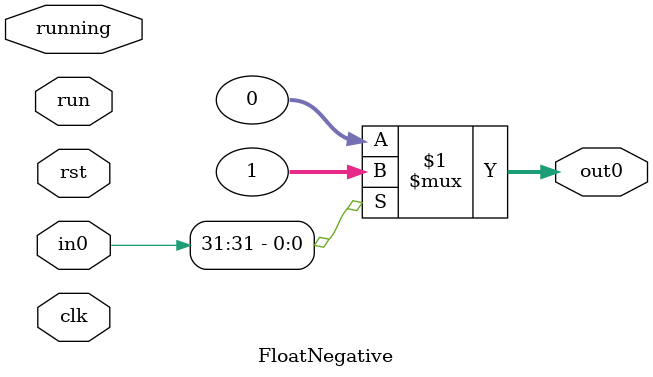
<source format=v>
`timescale 1ns / 1ps

module FloatNegative  #(
    parameter DATA_W = 32
    )
   (
   //control
   input clk,
   input rst,

   input running,
   input run,

   input [DATA_W-1:0] in0,

   (* versat_latency = 0 *) output [DATA_W-1:0] out0
);

assign out0 = in0[31] ? {31'b0,1'b1} : 32'b0;

endmodule
</source>
